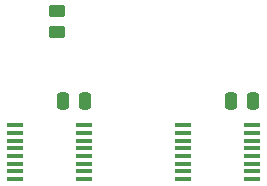
<source format=gtp>
G04 #@! TF.GenerationSoftware,KiCad,Pcbnew,7.0.0-da2b9df05c~163~ubuntu22.04.1*
G04 #@! TF.CreationDate,2023-03-12T18:54:24+00:00*
G04 #@! TF.ProjectId,userioswitchhdr,75736572-696f-4737-9769-746368686472,rev?*
G04 #@! TF.SameCoordinates,Original*
G04 #@! TF.FileFunction,Paste,Top*
G04 #@! TF.FilePolarity,Positive*
%FSLAX46Y46*%
G04 Gerber Fmt 4.6, Leading zero omitted, Abs format (unit mm)*
G04 Created by KiCad (PCBNEW 7.0.0-da2b9df05c~163~ubuntu22.04.1) date 2023-03-12 18:54:24*
%MOMM*%
%LPD*%
G01*
G04 APERTURE LIST*
G04 Aperture macros list*
%AMRoundRect*
0 Rectangle with rounded corners*
0 $1 Rounding radius*
0 $2 $3 $4 $5 $6 $7 $8 $9 X,Y pos of 4 corners*
0 Add a 4 corners polygon primitive as box body*
4,1,4,$2,$3,$4,$5,$6,$7,$8,$9,$2,$3,0*
0 Add four circle primitives for the rounded corners*
1,1,$1+$1,$2,$3*
1,1,$1+$1,$4,$5*
1,1,$1+$1,$6,$7*
1,1,$1+$1,$8,$9*
0 Add four rect primitives between the rounded corners*
20,1,$1+$1,$2,$3,$4,$5,0*
20,1,$1+$1,$4,$5,$6,$7,0*
20,1,$1+$1,$6,$7,$8,$9,0*
20,1,$1+$1,$8,$9,$2,$3,0*%
G04 Aperture macros list end*
%ADD10RoundRect,0.250000X0.250000X0.475000X-0.250000X0.475000X-0.250000X-0.475000X0.250000X-0.475000X0*%
%ADD11R,1.475000X0.450000*%
%ADD12RoundRect,0.250000X0.450000X-0.262500X0.450000X0.262500X-0.450000X0.262500X-0.450000X-0.262500X0*%
G04 APERTURE END LIST*
D10*
G04 #@! TO.C,C2*
X212532000Y-91948000D03*
X210632000Y-91948000D03*
G04 #@! TD*
D11*
G04 #@! TO.C,IC2*
X206611999Y-93990999D03*
X206611999Y-94640999D03*
X206611999Y-95290999D03*
X206611999Y-95940999D03*
X206611999Y-96590999D03*
X206611999Y-97240999D03*
X206611999Y-97890999D03*
X206611999Y-98540999D03*
X212487999Y-98540999D03*
X212487999Y-97890999D03*
X212487999Y-97240999D03*
X212487999Y-96590999D03*
X212487999Y-95940999D03*
X212487999Y-95290999D03*
X212487999Y-94640999D03*
X212487999Y-93990999D03*
G04 #@! TD*
G04 #@! TO.C,IC1*
X192387999Y-93990999D03*
X192387999Y-94640999D03*
X192387999Y-95290999D03*
X192387999Y-95940999D03*
X192387999Y-96590999D03*
X192387999Y-97240999D03*
X192387999Y-97890999D03*
X192387999Y-98540999D03*
X198263999Y-98540999D03*
X198263999Y-97890999D03*
X198263999Y-97240999D03*
X198263999Y-96590999D03*
X198263999Y-95940999D03*
X198263999Y-95290999D03*
X198263999Y-94640999D03*
X198263999Y-93990999D03*
G04 #@! TD*
D10*
G04 #@! TO.C,C1*
X198308000Y-91948000D03*
X196408000Y-91948000D03*
G04 #@! TD*
D12*
G04 #@! TO.C,R1*
X195961000Y-86129500D03*
X195961000Y-84304500D03*
G04 #@! TD*
M02*

</source>
